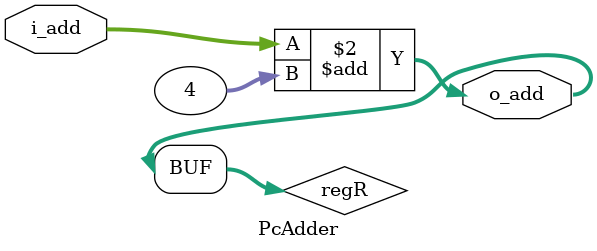
<source format=v>
`timescale 1ns / 1ps

module PcAdder
#(
  parameter	                    N_BUS   	= 32
)
(
  input       [N_BUS-1:0]       i_add, 
  output      [N_BUS-1:0]       o_add
);

  reg   signed	[N_BUS-1:0] regR;

  always @(*)       
    begin
        regR 		<= 		i_add + 32'd4;
    end
    
assign o_add = regR;

endmodule

</source>
